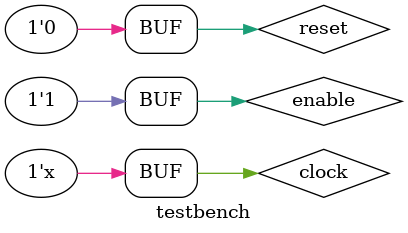
<source format=v>
`timescale 1ns / 1ps


module testbench(

    );
    
    reg reset;
    reg clock;
    reg enable;
    wire [3:0] counter_out;
    
    four_bit_counter uut(
        .reset(reset),
        .clk(clock),
        .enable(enable),
        .counter_out(counter_out)
        );
    
    always begin 
        clock <= ~clock;
        #1;
     end
     
     initial begin
        clock <= 0;
        enable <= 1;
        #1;
        reset <= 1;
        #2;
        reset <= 0;
        #10;
        enable <= 0;
        #5;
        enable <= 1;
     end
    
endmodule

</source>
